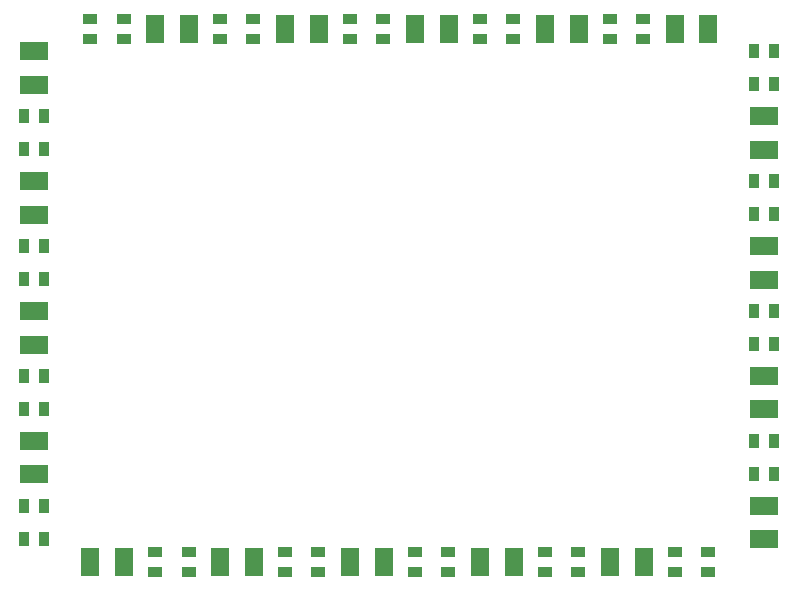
<source format=gbr>
%TF.GenerationSoftware,KiCad,Pcbnew,(7.0.0)*%
%TF.CreationDate,2023-07-18T21:43:11+02:00*%
%TF.ProjectId,Catcar_Ringlight,43617463-6172-45f5-9269-6e676c696768,1.0*%
%TF.SameCoordinates,Original*%
%TF.FileFunction,Soldermask,Top*%
%TF.FilePolarity,Negative*%
%FSLAX46Y46*%
G04 Gerber Fmt 4.6, Leading zero omitted, Abs format (unit mm)*
G04 Created by KiCad (PCBNEW (7.0.0)) date 2023-07-18 21:43:11*
%MOMM*%
%LPD*%
G01*
G04 APERTURE LIST*
%ADD10R,1.200000X0.900000*%
%ADD11R,0.900000X1.200000*%
%ADD12R,2.400000X1.600000*%
%ADD13R,1.600000X2.400000*%
G04 APERTURE END LIST*
D10*
%TO.C,D36*%
X76649999Y-78349999D03*
X73849999Y-78349999D03*
X73849999Y-76649999D03*
X76649999Y-76649999D03*
%TD*%
D11*
%TO.C,D35*%
X68249999Y-84899999D03*
X68249999Y-87699999D03*
X69949999Y-87699999D03*
X69949999Y-84899999D03*
%TD*%
%TO.C,D34*%
X68249999Y-95899999D03*
X68249999Y-98699999D03*
X69949999Y-98699999D03*
X69949999Y-95899999D03*
%TD*%
%TO.C,D33*%
X68249999Y-106899999D03*
X68249999Y-109699999D03*
X69949999Y-109699999D03*
X69949999Y-106899999D03*
%TD*%
%TO.C,D32*%
X68249999Y-117899999D03*
X68249999Y-120699999D03*
X69949999Y-120699999D03*
X69949999Y-117899999D03*
%TD*%
D10*
%TO.C,D31*%
X79349999Y-123449999D03*
X82149999Y-123449999D03*
X82149999Y-121749999D03*
X79349999Y-121749999D03*
%TD*%
D12*
%TO.C,D30*%
X69099999Y-79374999D03*
X69099999Y-82224999D03*
%TD*%
%TO.C,D29*%
X69099999Y-90374999D03*
X69099999Y-93224999D03*
%TD*%
%TO.C,D28*%
X69099999Y-101374999D03*
X69099999Y-104224999D03*
%TD*%
%TO.C,D27*%
X69099999Y-112374999D03*
X69099999Y-115224999D03*
%TD*%
D13*
%TO.C,D26*%
X73824999Y-122599999D03*
X76674999Y-122599999D03*
%TD*%
%TO.C,D25*%
X84824999Y-122599999D03*
X87674999Y-122599999D03*
%TD*%
D10*
%TO.C,D24*%
X90349999Y-121749999D03*
X93149999Y-121749999D03*
X93149999Y-123449999D03*
X90349999Y-123449999D03*
%TD*%
%TO.C,D23*%
X101349999Y-121749999D03*
X104149999Y-121749999D03*
X104149999Y-123449999D03*
X101349999Y-123449999D03*
%TD*%
%TO.C,D22*%
X112349999Y-121749999D03*
X115149999Y-121749999D03*
X115149999Y-123449999D03*
X112349999Y-123449999D03*
%TD*%
%TO.C,D21*%
X123349999Y-121749999D03*
X126149999Y-121749999D03*
X126149999Y-123449999D03*
X123349999Y-123449999D03*
%TD*%
D11*
%TO.C,D20*%
X131749999Y-115199999D03*
X131749999Y-112399999D03*
X130049999Y-112399999D03*
X130049999Y-115199999D03*
%TD*%
%TO.C,D19*%
X131749999Y-104199999D03*
X131749999Y-101399999D03*
X130049999Y-101399999D03*
X130049999Y-104199999D03*
%TD*%
D13*
%TO.C,D18*%
X98674999Y-122599999D03*
X95824999Y-122599999D03*
%TD*%
%TO.C,D17*%
X109674999Y-122599999D03*
X106824999Y-122599999D03*
%TD*%
%TO.C,D16*%
X120674999Y-122599999D03*
X117824999Y-122599999D03*
%TD*%
D12*
%TO.C,D15*%
X130899999Y-117874999D03*
X130899999Y-120724999D03*
%TD*%
%TO.C,D14*%
X130899999Y-109724999D03*
X130899999Y-106874999D03*
%TD*%
%TO.C,D13*%
X130899999Y-98724999D03*
X130899999Y-95874999D03*
%TD*%
D11*
%TO.C,D12*%
X130049999Y-93199999D03*
X130049999Y-90399999D03*
X131749999Y-90399999D03*
X131749999Y-93199999D03*
%TD*%
%TO.C,D11*%
X131749999Y-82199999D03*
X131749999Y-79399999D03*
X130049999Y-79399999D03*
X130049999Y-82199999D03*
%TD*%
D10*
%TO.C,D10*%
X120649999Y-76649999D03*
X117849999Y-76649999D03*
X117849999Y-78349999D03*
X120649999Y-78349999D03*
%TD*%
D12*
%TO.C,D6*%
X130899999Y-84874999D03*
X130899999Y-87724999D03*
%TD*%
D13*
%TO.C,D5*%
X126174999Y-77499999D03*
X123324999Y-77499999D03*
%TD*%
%TO.C,D4*%
X115174999Y-77499999D03*
X112324999Y-77499999D03*
%TD*%
D10*
%TO.C,D9*%
X109649999Y-76649999D03*
X106849999Y-76649999D03*
X106849999Y-78349999D03*
X109649999Y-78349999D03*
%TD*%
%TO.C,D8*%
X98649999Y-76649999D03*
X95849999Y-76649999D03*
X95849999Y-78349999D03*
X98649999Y-78349999D03*
%TD*%
%TO.C,D7*%
X87649999Y-76649999D03*
X84849999Y-76649999D03*
X84849999Y-78349999D03*
X87649999Y-78349999D03*
%TD*%
D13*
%TO.C,D3*%
X104174999Y-77499999D03*
X101324999Y-77499999D03*
%TD*%
%TO.C,D2*%
X93174999Y-77499999D03*
X90324999Y-77499999D03*
%TD*%
%TO.C,D1*%
X82174999Y-77499999D03*
X79324999Y-77499999D03*
%TD*%
M02*

</source>
